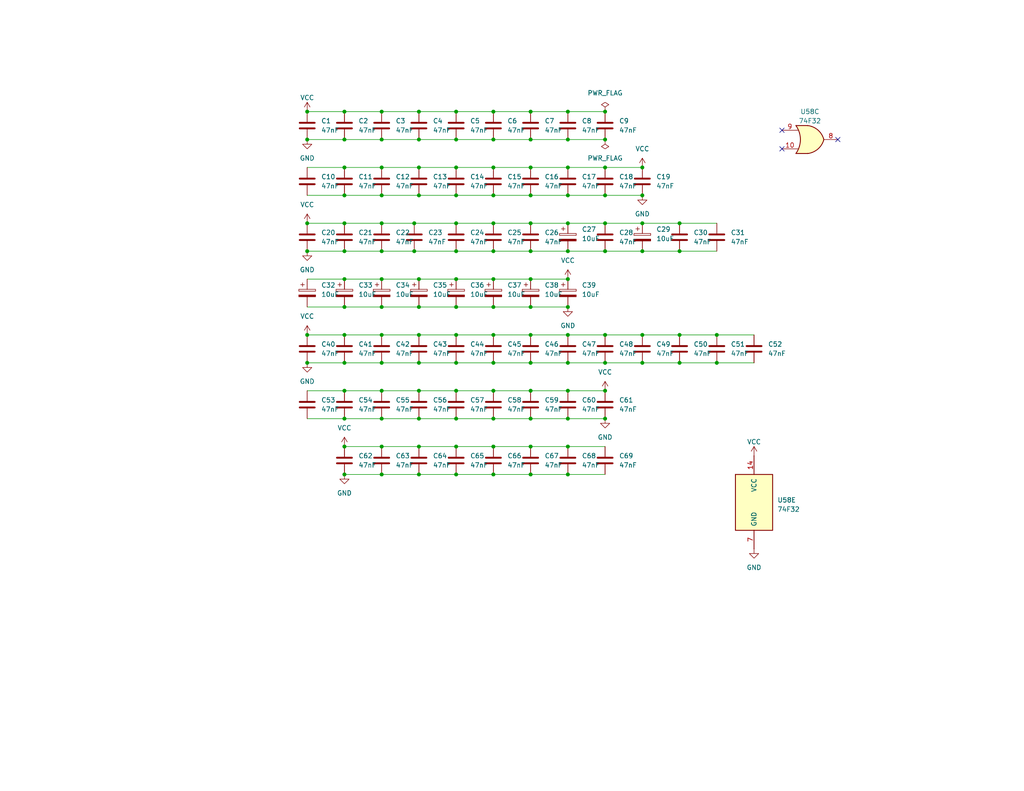
<source format=kicad_sch>
(kicad_sch (version 20231120) (generator "eeschema") (generator_version "8.0")
  (paper "USLetter")
  (title_block (title "Compaq Portable II System Memory Board") (date "2024-03-22") (company "Compaq") (comment 1 "P/N 104176-001") (comment 2 "ASSY 000330"))
  (lib_symbols
    (symbol "74xx:74LS32" (pin_names (offset 1.016))
      (property "Reference" "U" (at 0 1.27 0))
      (property "Value" "74LS32" (at 0 -1.27 0))
      (symbol "74LS32_1_1"
        (arc (start -3.81 -3.81) (mid -2.589 0) (end -3.81 3.81) (stroke (width 0.254)))
        (arc (start -0.6096 -3.81) (mid 2.1842 -2.5851) (end 3.81 0) (stroke (width 0.254)) (fill (type background)))
        (polyline (pts (xy -3.81 -3.81) (xy -0.635 -3.81)) (stroke (width 0.254)) (fill (type background)))
        (polyline (pts (xy -3.81 3.81) (xy -0.635 3.81)) (stroke (width 0.254)) (fill (type background)))
        (polyline (pts (xy -0.635 3.81) (xy -3.81 3.81) (xy -3.81 3.81) (xy -3.556 3.4036) (xy -3.0226 2.2606) (xy -2.6924 1.0414) (xy -2.6162 -0.254) (xy -2.7686 -1.4986) (xy -3.175 -2.7178) (xy -3.81 -3.81) (xy -3.81 -3.81) (xy -0.635 -3.81)) (stroke (width -25.4)) (fill (type background)))
        (arc (start 3.81 0) (mid 2.1915 2.5936) (end -0.6096 3.81) (stroke (width 0.254)) (fill (type background)))
        (pin input line (at -7.62 2.54 0) (length 4.318) (name "~") (number "1"))
        (pin input line (at -7.62 -2.54 0) (length 4.318) (name "~") (number "2"))
        (pin output line (at 7.62 0 180) (length 3.81) (name "~") (number "3"))
      )
      (symbol "74LS32_1_2"
        (arc (start 0 -3.81) (mid 3.7934 0) (end 0 3.81) (stroke (width 0.254)) (fill (type background)))
        (polyline (pts (xy 0 3.81) (xy -3.81 3.81) (xy -3.81 -3.81) (xy 0 -3.81)) (stroke (width 0.254)) (fill (type background)))
        (pin input inverted (at -7.62 2.54 0) (length 3.81) (name "~") (number "1"))
        (pin input inverted (at -7.62 -2.54 0) (length 3.81) (name "~") (number "2"))
        (pin output inverted (at 7.62 0 180) (length 3.81) (name "~") (number "3"))
      )
      (symbol "74LS32_2_1"
        (arc (start -3.81 -3.81) (mid -2.589 0) (end -3.81 3.81) (stroke (width 0.254)))
        (arc (start -0.6096 -3.81) (mid 2.1842 -2.5851) (end 3.81 0) (stroke (width 0.254)) (fill (type background)))
        (polyline (pts (xy -3.81 -3.81) (xy -0.635 -3.81)) (stroke (width 0.254)) (fill (type background)))
        (polyline (pts (xy -3.81 3.81) (xy -0.635 3.81)) (stroke (width 0.254)) (fill (type background)))
        (polyline (pts (xy -0.635 3.81) (xy -3.81 3.81) (xy -3.81 3.81) (xy -3.556 3.4036) (xy -3.0226 2.2606) (xy -2.6924 1.0414) (xy -2.6162 -0.254) (xy -2.7686 -1.4986) (xy -3.175 -2.7178) (xy -3.81 -3.81) (xy -3.81 -3.81) (xy -0.635 -3.81)) (stroke (width -25.4)) (fill (type background)))
        (arc (start 3.81 0) (mid 2.1915 2.5936) (end -0.6096 3.81) (stroke (width 0.254)) (fill (type background)))
        (pin input line (at -7.62 2.54 0) (length 4.318) (name "~") (number "4"))
        (pin input line (at -7.62 -2.54 0) (length 4.318) (name "~") (number "5"))
        (pin output line (at 7.62 0 180) (length 3.81) (name "~") (number "6"))
      )
      (symbol "74LS32_2_2"
        (arc (start 0 -3.81) (mid 3.7934 0) (end 0 3.81) (stroke (width 0.254)) (fill (type background)))
        (polyline (pts (xy 0 3.81) (xy -3.81 3.81) (xy -3.81 -3.81) (xy 0 -3.81)) (stroke (width 0.254)) (fill (type background)))
        (pin input inverted (at -7.62 2.54 0) (length 3.81) (name "~") (number "4"))
        (pin input inverted (at -7.62 -2.54 0) (length 3.81) (name "~") (number "5"))
        (pin output inverted (at 7.62 0 180) (length 3.81) (name "~") (number "6"))
      )
      (symbol "74LS32_3_1"
        (arc (start -3.81 -3.81) (mid -2.589 0) (end -3.81 3.81) (stroke (width 0.254)))
        (arc (start -0.6096 -3.81) (mid 2.1842 -2.5851) (end 3.81 0) (stroke (width 0.254)) (fill (type background)))
        (polyline (pts (xy -3.81 -3.81) (xy -0.635 -3.81)) (stroke (width 0.254)) (fill (type background)))
        (polyline (pts (xy -3.81 3.81) (xy -0.635 3.81)) (stroke (width 0.254)) (fill (type background)))
        (polyline (pts (xy -0.635 3.81) (xy -3.81 3.81) (xy -3.81 3.81) (xy -3.556 3.4036) (xy -3.0226 2.2606) (xy -2.6924 1.0414) (xy -2.6162 -0.254) (xy -2.7686 -1.4986) (xy -3.175 -2.7178) (xy -3.81 -3.81) (xy -3.81 -3.81) (xy -0.635 -3.81)) (stroke (width -25.4)) (fill (type background)))
        (arc (start 3.81 0) (mid 2.1915 2.5936) (end -0.6096 3.81) (stroke (width 0.254)) (fill (type background)))
        (pin input line (at -7.62 -2.54 0) (length 4.318) (name "~") (number "10"))
        (pin output line (at 7.62 0 180) (length 3.81) (name "~") (number "8"))
        (pin input line (at -7.62 2.54 0) (length 4.318) (name "~") (number "9"))
      )
      (symbol "74LS32_3_2"
        (arc (start 0 -3.81) (mid 3.7934 0) (end 0 3.81) (stroke (width 0.254)) (fill (type background)))
        (polyline (pts (xy 0 3.81) (xy -3.81 3.81) (xy -3.81 -3.81) (xy 0 -3.81)) (stroke (width 0.254)) (fill (type background)))
        (pin input inverted (at -7.62 -2.54 0) (length 3.81) (name "~") (number "10"))
        (pin output inverted (at 7.62 0 180) (length 3.81) (name "~") (number "8"))
        (pin input inverted (at -7.62 2.54 0) (length 3.81) (name "~") (number "9"))
      )
      (symbol "74LS32_4_1"
        (arc (start -3.81 -3.81) (mid -2.589 0) (end -3.81 3.81) (stroke (width 0.254)))
        (arc (start -0.6096 -3.81) (mid 2.1842 -2.5851) (end 3.81 0) (stroke (width 0.254)) (fill (type background)))
        (polyline (pts (xy -3.81 -3.81) (xy -0.635 -3.81)) (stroke (width 0.254)) (fill (type background)))
        (polyline (pts (xy -3.81 3.81) (xy -0.635 3.81)) (stroke (width 0.254)) (fill (type background)))
        (polyline (pts (xy -0.635 3.81) (xy -3.81 3.81) (xy -3.81 3.81) (xy -3.556 3.4036) (xy -3.0226 2.2606) (xy -2.6924 1.0414) (xy -2.6162 -0.254) (xy -2.7686 -1.4986) (xy -3.175 -2.7178) (xy -3.81 -3.81) (xy -3.81 -3.81) (xy -0.635 -3.81)) (stroke (width -25.4)) (fill (type background)))
        (arc (start 3.81 0) (mid 2.1915 2.5936) (end -0.6096 3.81) (stroke (width 0.254)) (fill (type background)))
        (pin output line (at 7.62 0 180) (length 3.81) (name "~") (number "11"))
        (pin input line (at -7.62 2.54 0) (length 4.318) (name "~") (number "12"))
        (pin input line (at -7.62 -2.54 0) (length 4.318) (name "~") (number "13"))
      )
      (symbol "74LS32_4_2"
        (arc (start 0 -3.81) (mid 3.7934 0) (end 0 3.81) (stroke (width 0.254)) (fill (type background)))
        (polyline (pts (xy 0 3.81) (xy -3.81 3.81) (xy -3.81 -3.81) (xy 0 -3.81)) (stroke (width 0.254)) (fill (type background)))
        (pin output inverted (at 7.62 0 180) (length 3.81) (name "~") (number "11"))
        (pin input inverted (at -7.62 2.54 0) (length 3.81) (name "~") (number "12"))
        (pin input inverted (at -7.62 -2.54 0) (length 3.81) (name "~") (number "13"))
      )
      (symbol "74LS32_5_0"
        (pin power_in line (at 0 12.7 270) (length 5.08) (name "VCC") (number "14"))
        (pin power_in line (at 0 -12.7 90) (length 5.08) (name "GND") (number "7"))
      )
      (symbol "74LS32_5_1"
        (rectangle (start -5.08 7.62) (end 5.08 -7.62) (stroke (width 0.254)) (fill (type background)))
      )
    )
    (symbol "Device:C" (pin_numbers hide) (pin_names (offset 0.254))
      (property "Reference" "C" (at 0.635 2.54 0))
      (property "Value" "C" (at 0.635 -2.54 0))
      (symbol "C_0_1"
        (polyline (pts (xy -2.032 -0.762) (xy 2.032 -0.762)) (stroke (width 0.508)))
        (polyline (pts (xy -2.032 0.762) (xy 2.032 0.762)) (stroke (width 0.508)))
      )
      (symbol "C_1_1"
        (pin passive line (at 0 3.81 270) (length 2.794) (name "~") (number "1"))
        (pin passive line (at 0 -3.81 90) (length 2.794) (name "~") (number "2"))
      )
    )
    (symbol "Device:C_Polarized" (pin_numbers hide) (pin_names (offset 0.254))
      (property "Reference" "C" (at 0.635 2.54 0))
      (property "Value" "C_Polarized" (at 0.635 -2.54 0))
      (symbol "C_Polarized_0_1"
        (rectangle (start -2.286 0.508) (end 2.286 1.016))
        (polyline (pts (xy -1.778 2.286) (xy -0.762 2.286)))
        (polyline (pts (xy -1.27 2.794) (xy -1.27 1.778)))
        (rectangle (start 2.286 -0.508) (end -2.286 -1.016) (fill (type outline)))
      )
      (symbol "C_Polarized_1_1"
        (pin passive line (at 0 3.81 270) (length 2.794) (name "~") (number "1"))
        (pin passive line (at 0 -3.81 90) (length 2.794) (name "~") (number "2"))
      )
    )
    (symbol "power:GND" (power) (pin_numbers hide) (pin_names (offset 0) hide)
      (property "Value" "GND" (at 0 -3.81 0))
      (symbol "GND_0_1"
        (polyline (pts (xy 0 0) (xy 0 -1.27) (xy 1.27 -1.27) (xy 0 -2.54) (xy -1.27 -1.27) (xy 0 -1.27)))
      )
      (symbol "GND_1_1"
        (pin power_in line (at 0 0 270) (length 0) (name "~") (number "1"))
      )
    )
    (symbol "power:PWR_FLAG" (power) (pin_numbers hide) (pin_names (offset 0) hide)
      (property "Value" "PWR_FLAG" (at 0 3.81 0))
      (symbol "PWR_FLAG_0_0"
        (pin power_out line (at 0 0 90) (length 0) (name "~") (number "1"))
      )
      (symbol "PWR_FLAG_0_1"
        (polyline (pts (xy 0 0) (xy 0 1.27) (xy -1.016 1.905) (xy 0 2.54) (xy 1.016 1.905) (xy 0 1.27)))
      )
    )
    (symbol "power:VCC" (power) (pin_numbers hide) (pin_names (offset 0) hide)
      (property "Value" "VCC" (at 0 3.556 0))
      (symbol "VCC_0_1"
        (polyline (pts (xy -0.762 1.27) (xy 0 2.54)))
        (polyline (pts (xy 0 0) (xy 0 2.54)))
        (polyline (pts (xy 0 2.54) (xy 0.762 1.27)))
      )
      (symbol "VCC_1_1"
        (pin power_in line (at 0 0 90) (length 0) (name "~") (number "1"))
      )
    )
  )
  (junction (at 154.94 106.68))
  (junction (at 165.1 68.58))
  (junction (at 144.78 68.58))
  (junction (at 83.82 68.58))
  (junction (at 93.98 68.58))
  (junction (at 124.46 106.68))
  (junction (at 134.62 121.92))
  (junction (at 134.62 38.1))
  (junction (at 114.3 38.1))
  (junction (at 93.98 60.96))
  (junction (at 114.3 129.54))
  (junction (at 134.62 91.44))
  (junction (at 93.98 106.68))
  (junction (at 195.58 91.44))
  (junction (at 104.14 91.44))
  (junction (at 175.26 99.06))
  (junction (at 124.46 99.06))
  (junction (at 114.3 106.68))
  (junction (at 124.46 53.34))
  (junction (at 104.14 30.48))
  (junction (at 165.1 38.1))
  (junction (at 83.82 91.44))
  (junction (at 114.3 53.34))
  (junction (at 113.03 60.96))
  (junction (at 124.46 30.48))
  (junction (at 104.14 114.3))
  (junction (at 144.78 53.34))
  (junction (at 114.3 114.3))
  (junction (at 83.82 30.48))
  (junction (at 185.42 60.96))
  (junction (at 154.94 129.54))
  (junction (at 83.82 38.1))
  (junction (at 165.1 99.06))
  (junction (at 165.1 60.96))
  (junction (at 134.62 53.34))
  (junction (at 154.94 45.72))
  (junction (at 144.78 83.82))
  (junction (at 114.3 45.72))
  (junction (at 175.26 53.34))
  (junction (at 114.3 30.48))
  (junction (at 154.94 121.92))
  (junction (at 134.62 99.06))
  (junction (at 144.78 60.96))
  (junction (at 165.1 91.44))
  (junction (at 124.46 60.96))
  (junction (at 124.46 83.82))
  (junction (at 124.46 91.44))
  (junction (at 93.98 76.2))
  (junction (at 165.1 106.68))
  (junction (at 154.94 76.2))
  (junction (at 114.3 83.82))
  (junction (at 114.3 91.44))
  (junction (at 185.42 99.06))
  (junction (at 134.62 76.2))
  (junction (at 134.62 114.3))
  (junction (at 104.14 68.58))
  (junction (at 134.62 30.48))
  (junction (at 93.98 38.1))
  (junction (at 144.78 99.06))
  (junction (at 185.42 68.58))
  (junction (at 154.94 114.3))
  (junction (at 154.94 38.1))
  (junction (at 134.62 45.72))
  (junction (at 134.62 68.58))
  (junction (at 93.98 30.48))
  (junction (at 124.46 68.58))
  (junction (at 124.46 129.54))
  (junction (at 104.14 38.1))
  (junction (at 104.14 121.92))
  (junction (at 124.46 45.72))
  (junction (at 154.94 53.34))
  (junction (at 175.26 91.44))
  (junction (at 165.1 45.72))
  (junction (at 124.46 76.2))
  (junction (at 144.78 45.72))
  (junction (at 154.94 68.58))
  (junction (at 144.78 91.44))
  (junction (at 104.14 83.82))
  (junction (at 165.1 114.3))
  (junction (at 165.1 53.34))
  (junction (at 154.94 83.82))
  (junction (at 124.46 114.3))
  (junction (at 104.14 129.54))
  (junction (at 104.14 106.68))
  (junction (at 104.14 76.2))
  (junction (at 93.98 45.72))
  (junction (at 93.98 129.54))
  (junction (at 144.78 121.92))
  (junction (at 154.94 99.06))
  (junction (at 175.26 68.58))
  (junction (at 113.03 68.58))
  (junction (at 154.94 91.44))
  (junction (at 93.98 83.82))
  (junction (at 144.78 114.3))
  (junction (at 185.42 91.44))
  (junction (at 144.78 106.68))
  (junction (at 104.14 60.96))
  (junction (at 93.98 114.3))
  (junction (at 83.82 99.06))
  (junction (at 175.26 45.72))
  (junction (at 93.98 99.06))
  (junction (at 114.3 76.2))
  (junction (at 154.94 30.48))
  (junction (at 195.58 99.06))
  (junction (at 144.78 38.1))
  (junction (at 175.26 60.96))
  (junction (at 93.98 91.44))
  (junction (at 134.62 60.96))
  (junction (at 114.3 99.06))
  (junction (at 134.62 83.82))
  (junction (at 104.14 53.34))
  (junction (at 104.14 45.72))
  (junction (at 124.46 121.92))
  (junction (at 114.3 121.92))
  (junction (at 154.94 60.96))
  (junction (at 144.78 30.48))
  (junction (at 93.98 121.92))
  (junction (at 134.62 106.68))
  (junction (at 165.1 30.48))
  (junction (at 124.46 38.1))
  (junction (at 134.62 129.54))
  (junction (at 104.14 99.06))
  (junction (at 83.82 60.96))
  (junction (at 93.98 53.34))
  (junction (at 144.78 76.2))
  (junction (at 144.78 129.54))
  (no_connect (at 213.36 40.64))
  (no_connect (at 228.6 38.1))
  (no_connect (at 213.36 35.56))
  (wire (pts (xy 124.46 83.82) (xy 134.62 83.82)))
  (wire (pts (xy 114.3 129.54) (xy 124.46 129.54)))
  (wire (pts (xy 144.78 60.96) (xy 154.94 60.96)))
  (wire (pts (xy 104.14 68.58) (xy 113.03 68.58)))
  (wire (pts (xy 114.3 53.34) (xy 124.46 53.34)))
  (wire (pts (xy 83.82 30.48) (xy 93.98 30.48)))
  (wire (pts (xy 114.3 76.2) (xy 124.46 76.2)))
  (wire (pts (xy 124.46 68.58) (xy 134.62 68.58)))
  (wire (pts (xy 124.46 99.06) (xy 134.62 99.06)))
  (wire (pts (xy 175.26 99.06) (xy 185.42 99.06)))
  (wire (pts (xy 144.78 68.58) (xy 154.94 68.58)))
  (wire (pts (xy 175.26 68.58) (xy 185.42 68.58)))
  (wire (pts (xy 124.46 60.96) (xy 134.62 60.96)))
  (wire (pts (xy 124.46 106.68) (xy 134.62 106.68)))
  (wire (pts (xy 83.82 91.44) (xy 93.98 91.44)))
  (wire (pts (xy 175.26 91.44) (xy 185.42 91.44)))
  (wire (pts (xy 154.94 99.06) (xy 165.1 99.06)))
  (wire (pts (xy 93.98 68.58) (xy 104.14 68.58)))
  (wire (pts (xy 104.14 114.3) (xy 114.3 114.3)))
  (wire (pts (xy 83.82 68.58) (xy 93.98 68.58)))
  (wire (pts (xy 104.14 60.96) (xy 113.03 60.96)))
  (wire (pts (xy 185.42 68.58) (xy 195.58 68.58)))
  (wire (pts (xy 144.78 76.2) (xy 154.94 76.2)))
  (wire (pts (xy 83.82 114.3) (xy 93.98 114.3)))
  (wire (pts (xy 144.78 30.48) (xy 154.94 30.48)))
  (wire (pts (xy 114.3 38.1) (xy 124.46 38.1)))
  (wire (pts (xy 134.62 91.44) (xy 144.78 91.44)))
  (wire (pts (xy 165.1 68.58) (xy 175.26 68.58)))
  (wire (pts (xy 93.98 83.82) (xy 104.14 83.82)))
  (wire (pts (xy 195.58 99.06) (xy 205.74 99.06)))
  (wire (pts (xy 124.46 45.72) (xy 134.62 45.72)))
  (wire (pts (xy 124.46 114.3) (xy 134.62 114.3)))
  (wire (pts (xy 114.3 91.44) (xy 124.46 91.44)))
  (wire (pts (xy 113.03 68.58) (xy 124.46 68.58)))
  (wire (pts (xy 154.94 68.58) (xy 165.1 68.58)))
  (wire (pts (xy 113.03 60.96) (xy 124.46 60.96)))
  (wire (pts (xy 93.98 106.68) (xy 104.14 106.68)))
  (wire (pts (xy 104.14 45.72) (xy 114.3 45.72)))
  (wire (pts (xy 134.62 68.58) (xy 144.78 68.58)))
  (wire (pts (xy 83.82 38.1) (xy 93.98 38.1)))
  (wire (pts (xy 124.46 76.2) (xy 134.62 76.2)))
  (wire (pts (xy 83.82 53.34) (xy 93.98 53.34)))
  (wire (pts (xy 83.82 76.2) (xy 93.98 76.2)))
  (wire (pts (xy 114.3 30.48) (xy 124.46 30.48)))
  (wire (pts (xy 134.62 45.72) (xy 144.78 45.72)))
  (wire (pts (xy 104.14 38.1) (xy 114.3 38.1)))
  (wire (pts (xy 104.14 91.44) (xy 114.3 91.44)))
  (wire (pts (xy 165.1 99.06) (xy 175.26 99.06)))
  (wire (pts (xy 154.94 38.1) (xy 165.1 38.1)))
  (wire (pts (xy 104.14 30.48) (xy 114.3 30.48)))
  (wire (pts (xy 154.94 45.72) (xy 165.1 45.72)))
  (wire (pts (xy 154.94 53.34) (xy 165.1 53.34)))
  (wire (pts (xy 154.94 114.3) (xy 165.1 114.3)))
  (wire (pts (xy 93.98 129.54) (xy 104.14 129.54)))
  (wire (pts (xy 134.62 30.48) (xy 144.78 30.48)))
  (wire (pts (xy 134.62 38.1) (xy 144.78 38.1)))
  (wire (pts (xy 154.94 30.48) (xy 165.1 30.48)))
  (wire (pts (xy 144.78 38.1) (xy 154.94 38.1)))
  (wire (pts (xy 104.14 53.34) (xy 114.3 53.34)))
  (wire (pts (xy 185.42 91.44) (xy 195.58 91.44)))
  (wire (pts (xy 114.3 99.06) (xy 124.46 99.06)))
  (wire (pts (xy 104.14 99.06) (xy 114.3 99.06)))
  (wire (pts (xy 144.78 83.82) (xy 154.94 83.82)))
  (wire (pts (xy 195.58 91.44) (xy 205.74 91.44)))
  (wire (pts (xy 144.78 114.3) (xy 154.94 114.3)))
  (wire (pts (xy 124.46 129.54) (xy 134.62 129.54)))
  (wire (pts (xy 104.14 83.82) (xy 114.3 83.82)))
  (wire (pts (xy 83.82 99.06) (xy 93.98 99.06)))
  (wire (pts (xy 165.1 60.96) (xy 175.26 60.96)))
  (wire (pts (xy 185.42 99.06) (xy 195.58 99.06)))
  (wire (pts (xy 134.62 121.92) (xy 144.78 121.92)))
  (wire (pts (xy 114.3 83.82) (xy 124.46 83.82)))
  (wire (pts (xy 154.94 91.44) (xy 165.1 91.44)))
  (wire (pts (xy 165.1 53.34) (xy 175.26 53.34)))
  (wire (pts (xy 93.98 60.96) (xy 104.14 60.96)))
  (wire (pts (xy 83.82 106.68) (xy 93.98 106.68)))
  (wire (pts (xy 93.98 38.1) (xy 104.14 38.1)))
  (wire (pts (xy 134.62 60.96) (xy 144.78 60.96)))
  (wire (pts (xy 154.94 106.68) (xy 165.1 106.68)))
  (wire (pts (xy 124.46 121.92) (xy 134.62 121.92)))
  (wire (pts (xy 114.3 45.72) (xy 124.46 45.72)))
  (wire (pts (xy 185.42 60.96) (xy 195.58 60.96)))
  (wire (pts (xy 134.62 76.2) (xy 144.78 76.2)))
  (wire (pts (xy 124.46 53.34) (xy 134.62 53.34)))
  (wire (pts (xy 165.1 45.72) (xy 175.26 45.72)))
  (wire (pts (xy 93.98 76.2) (xy 104.14 76.2)))
  (wire (pts (xy 114.3 121.92) (xy 124.46 121.92)))
  (wire (pts (xy 144.78 99.06) (xy 154.94 99.06)))
  (wire (pts (xy 93.98 53.34) (xy 104.14 53.34)))
  (wire (pts (xy 104.14 121.92) (xy 114.3 121.92)))
  (wire (pts (xy 93.98 91.44) (xy 104.14 91.44)))
  (wire (pts (xy 144.78 106.68) (xy 154.94 106.68)))
  (wire (pts (xy 134.62 106.68) (xy 144.78 106.68)))
  (wire (pts (xy 124.46 91.44) (xy 134.62 91.44)))
  (wire (pts (xy 114.3 106.68) (xy 124.46 106.68)))
  (wire (pts (xy 114.3 114.3) (xy 124.46 114.3)))
  (wire (pts (xy 144.78 45.72) (xy 154.94 45.72)))
  (wire (pts (xy 154.94 60.96) (xy 165.1 60.96)))
  (wire (pts (xy 104.14 76.2) (xy 114.3 76.2)))
  (wire (pts (xy 144.78 91.44) (xy 154.94 91.44)))
  (wire (pts (xy 83.82 83.82) (xy 93.98 83.82)))
  (wire (pts (xy 124.46 38.1) (xy 134.62 38.1)))
  (wire (pts (xy 124.46 30.48) (xy 134.62 30.48)))
  (wire (pts (xy 93.98 114.3) (xy 104.14 114.3)))
  (wire (pts (xy 104.14 129.54) (xy 114.3 129.54)))
  (wire (pts (xy 93.98 121.92) (xy 104.14 121.92)))
  (wire (pts (xy 154.94 129.54) (xy 165.1 129.54)))
  (wire (pts (xy 83.82 45.72) (xy 93.98 45.72)))
  (wire (pts (xy 154.94 121.92) (xy 165.1 121.92)))
  (wire (pts (xy 83.82 60.96) (xy 93.98 60.96)))
  (wire (pts (xy 175.26 60.96) (xy 185.42 60.96)))
  (wire (pts (xy 93.98 45.72) (xy 104.14 45.72)))
  (wire (pts (xy 144.78 129.54) (xy 154.94 129.54)))
  (wire (pts (xy 134.62 99.06) (xy 144.78 99.06)))
  (wire (pts (xy 165.1 91.44) (xy 175.26 91.44)))
  (wire (pts (xy 104.14 106.68) (xy 114.3 106.68)))
  (wire (pts (xy 134.62 83.82) (xy 144.78 83.82)))
  (wire (pts (xy 93.98 99.06) (xy 104.14 99.06)))
  (wire (pts (xy 144.78 53.34) (xy 154.94 53.34)))
  (wire (pts (xy 134.62 53.34) (xy 144.78 53.34)))
  (wire (pts (xy 134.62 129.54) (xy 144.78 129.54)))
  (wire (pts (xy 93.98 30.48) (xy 104.14 30.48)))
  (wire (pts (xy 134.62 114.3) (xy 144.78 114.3)))
  (wire (pts (xy 144.78 121.92) (xy 154.94 121.92)))
  (symbol (lib_id "Device:C") (at 134.62 49.53 0) (unit 1)
    (property "Reference" "C15" (at 138.43 48.2599 0) (effects (justify left)))
    (property "Value" "47nF" (at 138.43 50.7999 0) (effects (justify left)))
    (property "Footprint" "Capacitor_THT:C_Disc_D4.3mm_W1.9mm_P5.00mm" (effects (hide yes)))
    (property "Description" "Unpolarized capacitor" (effects (hide yes)))
  )
  (symbol (lib_id "Device:C") (at 104.14 34.29 0) (unit 1)
    (property "Reference" "C3" (at 107.95 33.0199 0) (effects (justify left)))
    (property "Value" "47nF" (at 107.95 35.5599 0) (effects (justify left)))
    (property "Footprint" "Capacitor_THT:C_Disc_D4.3mm_W1.9mm_P5.00mm" (effects (hide yes)))
    (property "Description" "Unpolarized capacitor" (effects (hide yes)))
  )
  (symbol (lib_id "Device:C") (at 113.03 64.77 0) (unit 1)
    (property "Reference" "C23" (at 116.84 63.4999 0) (effects (justify left)))
    (property "Value" "47nF" (at 116.84 66.0399 0) (effects (justify left)))
    (property "Footprint" "Capacitor_THT:C_Disc_D4.3mm_W1.9mm_P5.00mm" (effects (hide yes)))
    (property "Description" "Unpolarized capacitor" (effects (hide yes)))
  )
  (symbol (lib_id "Device:C_Polarized") (at 154.94 80.01 0) (unit 1)
    (property "Reference" "C39" (at 158.75 77.8509 0) (effects (justify left)))
    (property "Value" "10uF" (at 158.75 80.3909 0) (effects (justify left)))
    (property "Footprint" "Capacitor_THT:CP_Radial_Tantal_D4.5mm_P5.00mm" (effects (hide yes)))
    (property "Description" "Polarized capacitor" (effects (hide yes)))
  )
  (symbol (lib_id "Device:C") (at 124.46 95.25 0) (unit 1)
    (property "Reference" "C44" (at 128.27 93.9799 0) (effects (justify left)))
    (property "Value" "47nF" (at 128.27 96.5199 0) (effects (justify left)))
    (property "Footprint" "Capacitor_THT:C_Disc_D4.3mm_W1.9mm_P5.00mm" (effects (hide yes)))
    (property "Description" "Unpolarized capacitor" (effects (hide yes)))
  )
  (symbol (lib_id "Device:C") (at 165.1 125.73 0) (unit 1)
    (property "Reference" "C69" (at 168.91 124.4599 0) (effects (justify left)))
    (property "Value" "47nF" (at 168.91 126.9999 0) (effects (justify left)))
    (property "Footprint" "Capacitor_THT:C_Disc_D4.3mm_W1.9mm_P5.00mm" (effects (hide yes)))
    (property "Description" "Unpolarized capacitor" (effects (hide yes)))
  )
  (symbol (lib_id "Device:C") (at 124.46 110.49 0) (unit 1)
    (property "Reference" "C57" (at 128.27 109.2199 0) (effects (justify left)))
    (property "Value" "47nF" (at 128.27 111.7599 0) (effects (justify left)))
    (property "Footprint" "Capacitor_THT:C_Disc_D4.3mm_W1.9mm_P5.00mm" (effects (hide yes)))
    (property "Description" "Unpolarized capacitor" (effects (hide yes)))
  )
  (symbol (lib_id "Device:C_Polarized") (at 124.46 80.01 0) (unit 1)
    (property "Reference" "C36" (at 128.27 77.8509 0) (effects (justify left)))
    (property "Value" "10uF" (at 128.27 80.3909 0) (effects (justify left)))
    (property "Footprint" "Capacitor_THT:CP_Radial_Tantal_D4.5mm_P5.00mm" (effects (hide yes)))
    (property "Description" "Polarized capacitor" (effects (hide yes)))
  )
  (symbol (lib_id "Device:C") (at 83.82 95.25 0) (unit 1)
    (property "Reference" "C40" (at 87.63 93.9799 0) (effects (justify left)))
    (property "Value" "47nF" (at 87.63 96.5199 0) (effects (justify left)))
    (property "Footprint" "Capacitor_THT:C_Disc_D4.3mm_W1.9mm_P5.00mm" (effects (hide yes)))
    (property "Description" "Unpolarized capacitor" (effects (hide yes)))
  )
  (symbol (lib_id "power:VCC") (at 165.1 106.68 0) (unit 1)
    (property "Reference" "#PWR078" (effects (hide yes)))
    (property "Value" "VCC" (at 165.1 101.6 0))
    (property "Description" "Power symbol creates a global label with name \"VCC\"" (effects (hide yes)))
  )
  (symbol (lib_id "Device:C") (at 134.62 110.49 0) (unit 1)
    (property "Reference" "C58" (at 138.43 109.2199 0) (effects (justify left)))
    (property "Value" "47nF" (at 138.43 111.7599 0) (effects (justify left)))
    (property "Footprint" "Capacitor_THT:C_Disc_D4.3mm_W1.9mm_P5.00mm" (effects (hide yes)))
    (property "Description" "Unpolarized capacitor" (effects (hide yes)))
  )
  (symbol (lib_id "Device:C") (at 144.78 95.25 0) (unit 1)
    (property "Reference" "C46" (at 148.59 93.9799 0) (effects (justify left)))
    (property "Value" "47nF" (at 148.59 96.5199 0) (effects (justify left)))
    (property "Footprint" "Capacitor_THT:C_Disc_D4.3mm_W1.9mm_P5.00mm" (effects (hide yes)))
    (property "Description" "Unpolarized capacitor" (effects (hide yes)))
  )
  (symbol (lib_id "Device:C") (at 114.3 125.73 0) (unit 1)
    (property "Reference" "C64" (at 118.11 124.4599 0) (effects (justify left)))
    (property "Value" "47nF" (at 118.11 126.9999 0) (effects (justify left)))
    (property "Footprint" "Capacitor_THT:C_Disc_D4.3mm_W1.9mm_P5.00mm" (effects (hide yes)))
    (property "Description" "Unpolarized capacitor" (effects (hide yes)))
  )
  (symbol (lib_id "Device:C") (at 154.94 110.49 0) (unit 1)
    (property "Reference" "C60" (at 158.75 109.2199 0) (effects (justify left)))
    (property "Value" "47nF" (at 158.75 111.7599 0) (effects (justify left)))
    (property "Footprint" "Capacitor_THT:C_Disc_D4.3mm_W1.9mm_P5.00mm" (effects (hide yes)))
    (property "Description" "Unpolarized capacitor" (effects (hide yes)))
  )
  (symbol (lib_id "Device:C") (at 83.82 110.49 0) (unit 1)
    (property "Reference" "C53" (at 87.63 109.2199 0) (effects (justify left)))
    (property "Value" "47nF" (at 87.63 111.7599 0) (effects (justify left)))
    (property "Footprint" "Capacitor_THT:C_Disc_D4.3mm_W1.9mm_P5.00mm" (effects (hide yes)))
    (property "Description" "Unpolarized capacitor" (effects (hide yes)))
  )
  (symbol (lib_id "Device:C") (at 165.1 49.53 0) (unit 1)
    (property "Reference" "C18" (at 168.91 48.2599 0) (effects (justify left)))
    (property "Value" "47nF" (at 168.91 50.7999 0) (effects (justify left)))
    (property "Footprint" "Capacitor_THT:C_Disc_D4.3mm_W1.9mm_P5.00mm" (effects (hide yes)))
    (property "Description" "Unpolarized capacitor" (effects (hide yes)))
  )
  (symbol (lib_id "74xx:74LS32") (at 220.98 38.1 0) (unit 3)
    (property "Reference" "U58" (at 220.98 30.48 0))
    (property "Value" "74F32" (at 220.98 33.02 0))
    (property "Footprint" "Package_DIP:DIP-14_W7.62mm" (effects (hide yes)))
    (property "Datasheet" "http://www.ti.com/lit/gpn/sn74LS32" (effects (hide yes)))
  )
  (symbol (lib_id "power:PWR_FLAG") (at 165.1 30.48 0) (mirror y) (unit 1)
    (property "Reference" "#FLG01" (effects (hide yes)))
    (property "Value" "PWR_FLAG" (at 165.1 25.4 0))
    (property "Description" "Special symbol for telling ERC where power comes from" (effects (hide yes)))
  )
  (symbol (lib_id "Device:C") (at 144.78 125.73 0) (unit 1)
    (property "Reference" "C67" (at 148.59 124.4599 0) (effects (justify left)))
    (property "Value" "47nF" (at 148.59 126.9999 0) (effects (justify left)))
    (property "Footprint" "Capacitor_THT:C_Disc_D4.3mm_W1.9mm_P5.00mm" (effects (hide yes)))
    (property "Description" "Unpolarized capacitor" (effects (hide yes)))
  )
  (symbol (lib_id "Device:C") (at 165.1 110.49 0) (unit 1)
    (property "Reference" "C61" (at 168.91 109.2199 0) (effects (justify left)))
    (property "Value" "47nF" (at 168.91 111.7599 0) (effects (justify left)))
    (property "Footprint" "Capacitor_THT:C_Disc_D4.3mm_W1.9mm_P5.00mm" (effects (hide yes)))
    (property "Description" "Unpolarized capacitor" (effects (hide yes)))
  )
  (symbol (lib_id "Device:C") (at 154.94 125.73 0) (unit 1)
    (property "Reference" "C68" (at 158.75 124.4599 0) (effects (justify left)))
    (property "Value" "47nF" (at 158.75 126.9999 0) (effects (justify left)))
    (property "Footprint" "Capacitor_THT:C_Disc_D4.3mm_W1.9mm_P5.00mm" (effects (hide yes)))
    (property "Description" "Unpolarized capacitor" (effects (hide yes)))
  )
  (symbol (lib_id "power:GND") (at 205.74 149.86 0) (unit 1)
    (property "Reference" "#PWR055" (effects (hide yes)))
    (property "Value" "GND" (at 205.74 154.94 0))
    (property "Description" "Power symbol creates a global label with name \"GND\" , ground" (effects (hide yes)))
  )
  (symbol (lib_id "power:VCC") (at 175.26 45.72 0) (unit 1)
    (property "Reference" "#PWR080" (effects (hide yes)))
    (property "Value" "VCC" (at 175.26 40.64 0))
    (property "Description" "Power symbol creates a global label with name \"VCC\"" (effects (hide yes)))
  )
  (symbol (lib_id "Device:C") (at 165.1 64.77 0) (unit 1)
    (property "Reference" "C28" (at 168.91 63.4999 0) (effects (justify left)))
    (property "Value" "47nF" (at 168.91 66.0399 0) (effects (justify left)))
    (property "Footprint" "Capacitor_THT:C_Disc_D4.3mm_W1.9mm_P5.00mm" (effects (hide yes)))
    (property "Description" "Unpolarized capacitor" (effects (hide yes)))
  )
  (symbol (lib_id "74xx:74LS32") (at 205.74 137.16 0) (unit 5)
    (property "Reference" "U58" (at 212.09 136.525 0) (effects (justify left)))
    (property "Value" "74F32" (at 212.09 139.065 0) (effects (justify left)))
    (property "Footprint" "Package_DIP:DIP-14_W7.62mm" (effects (hide yes)))
    (property "Datasheet" "http://www.ti.com/lit/gpn/sn74LS32" (effects (hide yes)))
  )
  (symbol (lib_id "Device:C") (at 93.98 49.53 0) (unit 1)
    (property "Reference" "C11" (at 97.79 48.2599 0) (effects (justify left)))
    (property "Value" "47nF" (at 97.79 50.7999 0) (effects (justify left)))
    (property "Footprint" "Capacitor_THT:C_Disc_D4.3mm_W1.9mm_P5.00mm" (effects (hide yes)))
    (property "Description" "Unpolarized capacitor" (effects (hide yes)))
  )
  (symbol (lib_id "Device:C") (at 144.78 110.49 0) (unit 1)
    (property "Reference" "C59" (at 148.59 109.2199 0) (effects (justify left)))
    (property "Value" "47nF" (at 148.59 111.7599 0) (effects (justify left)))
    (property "Footprint" "Capacitor_THT:C_Disc_D4.3mm_W1.9mm_P5.00mm" (effects (hide yes)))
    (property "Description" "Unpolarized capacitor" (effects (hide yes)))
  )
  (symbol (lib_id "Device:C") (at 93.98 34.29 0) (unit 1)
    (property "Reference" "C2" (at 97.79 33.0199 0) (effects (justify left)))
    (property "Value" "47nF" (at 97.79 35.5599 0) (effects (justify left)))
    (property "Footprint" "Capacitor_THT:C_Disc_D4.3mm_W1.9mm_P5.00mm" (effects (hide yes)))
    (property "Description" "Unpolarized capacitor" (effects (hide yes)))
  )
  (symbol (lib_id "Device:C") (at 93.98 64.77 0) (unit 1)
    (property "Reference" "C21" (at 97.79 63.4999 0) (effects (justify left)))
    (property "Value" "47nF" (at 97.79 66.0399 0) (effects (justify left)))
    (property "Footprint" "Capacitor_THT:C_Disc_D4.3mm_W1.9mm_P5.00mm" (effects (hide yes)))
    (property "Description" "Unpolarized capacitor" (effects (hide yes)))
  )
  (symbol (lib_id "power:VCC") (at 205.74 124.46 0) (unit 1)
    (property "Reference" "#PWR054" (effects (hide yes)))
    (property "Value" "VCC" (at 205.74 120.65 0))
    (property "Description" "Power symbol creates a global label with name \"VCC\"" (effects (hide yes)))
  )
  (symbol (lib_id "power:VCC") (at 83.82 91.44 0) (unit 1)
    (property "Reference" "#PWR065" (effects (hide yes)))
    (property "Value" "VCC" (at 83.82 86.36 0))
    (property "Description" "Power symbol creates a global label with name \"VCC\"" (effects (hide yes)))
  )
  (symbol (lib_id "Device:C") (at 134.62 34.29 0) (unit 1)
    (property "Reference" "C6" (at 138.43 33.0199 0) (effects (justify left)))
    (property "Value" "47nF" (at 138.43 35.5599 0) (effects (justify left)))
    (property "Footprint" "Capacitor_THT:C_Disc_D4.3mm_W1.9mm_P5.00mm" (effects (hide yes)))
    (property "Description" "Unpolarized capacitor" (effects (hide yes)))
  )
  (symbol (lib_id "Device:C") (at 114.3 34.29 0) (unit 1)
    (property "Reference" "C4" (at 118.11 33.0199 0) (effects (justify left)))
    (property "Value" "47nF" (at 118.11 35.5599 0) (effects (justify left)))
    (property "Footprint" "Capacitor_THT:C_Disc_D4.3mm_W1.9mm_P5.00mm" (effects (hide yes)))
    (property "Description" "Unpolarized capacitor" (effects (hide yes)))
  )
  (symbol (lib_id "power:VCC") (at 83.82 30.48 0) (unit 1)
    (property "Reference" "#PWR061" (effects (hide yes)))
    (property "Value" "VCC" (at 83.82 26.67 0))
    (property "Description" "Power symbol creates a global label with name \"VCC\"" (effects (hide yes)))
  )
  (symbol (lib_id "Device:C") (at 124.46 125.73 0) (unit 1)
    (property "Reference" "C65" (at 128.27 124.4599 0) (effects (justify left)))
    (property "Value" "47nF" (at 128.27 126.9999 0) (effects (justify left)))
    (property "Footprint" "Capacitor_THT:C_Disc_D4.3mm_W1.9mm_P5.00mm" (effects (hide yes)))
    (property "Description" "Unpolarized capacitor" (effects (hide yes)))
  )
  (symbol (lib_id "Device:C") (at 124.46 49.53 0) (unit 1)
    (property "Reference" "C14" (at 128.27 48.2599 0) (effects (justify left)))
    (property "Value" "47nF" (at 128.27 50.7999 0) (effects (justify left)))
    (property "Footprint" "Capacitor_THT:C_Disc_D4.3mm_W1.9mm_P5.00mm" (effects (hide yes)))
    (property "Description" "Unpolarized capacitor" (effects (hide yes)))
  )
  (symbol (lib_id "power:GND") (at 165.1 114.3 0) (unit 1)
    (property "Reference" "#PWR079" (effects (hide yes)))
    (property "Value" "GND" (at 165.1 119.38 0))
    (property "Description" "Power symbol creates a global label with name \"GND\" , ground" (effects (hide yes)))
  )
  (symbol (lib_id "power:GND") (at 83.82 68.58 0) (unit 1)
    (property "Reference" "#PWR064" (effects (hide yes)))
    (property "Value" "GND" (at 83.82 73.66 0))
    (property "Description" "Power symbol creates a global label with name \"GND\" , ground" (effects (hide yes)))
  )
  (symbol (lib_id "Device:C_Polarized") (at 83.82 80.01 0) (unit 1)
    (property "Reference" "C32" (at 87.63 77.8509 0) (effects (justify left)))
    (property "Value" "10uF" (at 87.63 80.3909 0) (effects (justify left)))
    (property "Footprint" "Capacitor_THT:CP_Radial_Tantal_D4.5mm_P5.00mm" (effects (hide yes)))
    (property "Description" "Polarized capacitor" (effects (hide yes)))
  )
  (symbol (lib_id "Device:C") (at 114.3 110.49 0) (unit 1)
    (property "Reference" "C56" (at 118.11 109.2199 0) (effects (justify left)))
    (property "Value" "47nF" (at 118.11 111.7599 0) (effects (justify left)))
    (property "Footprint" "Capacitor_THT:C_Disc_D4.3mm_W1.9mm_P5.00mm" (effects (hide yes)))
    (property "Description" "Unpolarized capacitor" (effects (hide yes)))
  )
  (symbol (lib_id "Device:C") (at 134.62 125.73 0) (unit 1)
    (property "Reference" "C66" (at 138.43 124.4599 0) (effects (justify left)))
    (property "Value" "47nF" (at 138.43 126.9999 0) (effects (justify left)))
    (property "Footprint" "Capacitor_THT:C_Disc_D4.3mm_W1.9mm_P5.00mm" (effects (hide yes)))
    (property "Description" "Unpolarized capacitor" (effects (hide yes)))
  )
  (symbol (lib_id "Device:C_Polarized") (at 134.62 80.01 0) (unit 1)
    (property "Reference" "C37" (at 138.43 77.8509 0) (effects (justify left)))
    (property "Value" "10uF" (at 138.43 80.3909 0) (effects (justify left)))
    (property "Footprint" "Capacitor_THT:CP_Radial_Tantal_D4.5mm_P5.00mm" (effects (hide yes)))
    (property "Description" "Polarized capacitor" (effects (hide yes)))
  )
  (symbol (lib_id "Device:C") (at 93.98 95.25 0) (unit 1)
    (property "Reference" "C41" (at 97.79 93.9799 0) (effects (justify left)))
    (property "Value" "47nF" (at 97.79 96.5199 0) (effects (justify left)))
    (property "Footprint" "Capacitor_THT:C_Disc_D4.3mm_W1.9mm_P5.00mm" (effects (hide yes)))
    (property "Description" "Unpolarized capacitor" (effects (hide yes)))
  )
  (symbol (lib_id "Device:C") (at 134.62 95.25 0) (unit 1)
    (property "Reference" "C45" (at 138.43 93.9799 0) (effects (justify left)))
    (property "Value" "47nF" (at 138.43 96.5199 0) (effects (justify left)))
    (property "Footprint" "Capacitor_THT:C_Disc_D4.3mm_W1.9mm_P5.00mm" (effects (hide yes)))
    (property "Description" "Unpolarized capacitor" (effects (hide yes)))
  )
  (symbol (lib_id "Device:C") (at 83.82 49.53 0) (unit 1)
    (property "Reference" "C10" (at 87.63 48.2599 0) (effects (justify left)))
    (property "Value" "47nF" (at 87.63 50.7999 0) (effects (justify left)))
    (property "Footprint" "Capacitor_THT:C_Disc_D4.3mm_W1.9mm_P5.00mm" (effects (hide yes)))
    (property "Description" "Unpolarized capacitor" (effects (hide yes)))
  )
  (symbol (lib_id "Device:C") (at 165.1 34.29 0) (unit 1)
    (property "Reference" "C9" (at 168.91 33.0199 0) (effects (justify left)))
    (property "Value" "47nF" (at 168.91 35.5599 0) (effects (justify left)))
    (property "Footprint" "Capacitor_THT:C_Disc_D4.3mm_W1.9mm_P5.00mm" (effects (hide yes)))
    (property "Description" "Unpolarized capacitor" (effects (hide yes)))
  )
  (symbol (lib_id "power:GND") (at 93.98 129.54 0) (unit 1)
    (property "Reference" "#PWR068" (effects (hide yes)))
    (property "Value" "GND" (at 93.98 134.62 0))
    (property "Description" "Power symbol creates a global label with name \"GND\" , ground" (effects (hide yes)))
  )
  (symbol (lib_id "Device:C") (at 144.78 34.29 0) (unit 1)
    (property "Reference" "C7" (at 148.59 33.0199 0) (effects (justify left)))
    (property "Value" "47nF" (at 148.59 35.5599 0) (effects (justify left)))
    (property "Footprint" "Capacitor_THT:C_Disc_D4.3mm_W1.9mm_P5.00mm" (effects (hide yes)))
    (property "Description" "Unpolarized capacitor" (effects (hide yes)))
  )
  (symbol (lib_id "Device:C") (at 154.94 34.29 0) (unit 1)
    (property "Reference" "C8" (at 158.75 33.0199 0) (effects (justify left)))
    (property "Value" "47nF" (at 158.75 35.5599 0) (effects (justify left)))
    (property "Footprint" "Capacitor_THT:C_Disc_D4.3mm_W1.9mm_P5.00mm" (effects (hide yes)))
    (property "Description" "Unpolarized capacitor" (effects (hide yes)))
  )
  (symbol (lib_id "Device:C_Polarized") (at 175.26 64.77 0) (unit 1)
    (property "Reference" "C29" (at 179.07 62.6109 0) (effects (justify left)))
    (property "Value" "10uF" (at 179.07 65.1509 0) (effects (justify left)))
    (property "Footprint" "Capacitor_THT:CP_Radial_Tantal_D4.5mm_P5.00mm" (effects (hide yes)))
    (property "Description" "Polarized capacitor" (effects (hide yes)))
  )
  (symbol (lib_id "power:VCC") (at 154.94 76.2 0) (unit 1)
    (property "Reference" "#PWR076" (effects (hide yes)))
    (property "Value" "VCC" (at 154.94 71.12 0))
    (property "Description" "Power symbol creates a global label with name \"VCC\"" (effects (hide yes)))
  )
  (symbol (lib_id "Device:C") (at 175.26 49.53 0) (unit 1)
    (property "Reference" "C19" (at 179.07 48.2599 0) (effects (justify left)))
    (property "Value" "47nF" (at 179.07 50.7999 0) (effects (justify left)))
    (property "Footprint" "Capacitor_THT:C_Disc_D4.3mm_W1.9mm_P5.00mm" (effects (hide yes)))
    (property "Description" "Unpolarized capacitor" (effects (hide yes)))
  )
  (symbol (lib_id "Device:C") (at 205.74 95.25 0) (unit 1)
    (property "Reference" "C52" (at 209.55 93.9799 0) (effects (justify left)))
    (property "Value" "47nF" (at 209.55 96.5199 0) (effects (justify left)))
    (property "Footprint" "Capacitor_THT:C_Disc_D4.3mm_W1.9mm_P5.00mm" (effects (hide yes)))
    (property "Description" "Unpolarized capacitor" (effects (hide yes)))
  )
  (symbol (lib_id "Device:C") (at 104.14 95.25 0) (unit 1)
    (property "Reference" "C42" (at 107.95 93.9799 0) (effects (justify left)))
    (property "Value" "47nF" (at 107.95 96.5199 0) (effects (justify left)))
    (property "Footprint" "Capacitor_THT:C_Disc_D4.3mm_W1.9mm_P5.00mm" (effects (hide yes)))
    (property "Description" "Unpolarized capacitor" (effects (hide yes)))
  )
  (symbol (lib_id "Device:C") (at 104.14 125.73 0) (unit 1)
    (property "Reference" "C63" (at 107.95 124.4599 0) (effects (justify left)))
    (property "Value" "47nF" (at 107.95 126.9999 0) (effects (justify left)))
    (property "Footprint" "Capacitor_THT:C_Disc_D4.3mm_W1.9mm_P5.00mm" (effects (hide yes)))
    (property "Description" "Unpolarized capacitor" (effects (hide yes)))
  )
  (symbol (lib_id "Device:C") (at 195.58 95.25 0) (unit 1)
    (property "Reference" "C51" (at 199.39 93.9799 0) (effects (justify left)))
    (property "Value" "47nF" (at 199.39 96.5199 0) (effects (justify left)))
    (property "Footprint" "Capacitor_THT:C_Disc_D4.3mm_W1.9mm_P5.00mm" (effects (hide yes)))
    (property "Description" "Unpolarized capacitor" (effects (hide yes)))
  )
  (symbol (lib_id "Device:C") (at 185.42 64.77 0) (unit 1)
    (property "Reference" "C30" (at 189.23 63.4999 0) (effects (justify left)))
    (property "Value" "47nF" (at 189.23 66.0399 0) (effects (justify left)))
    (property "Footprint" "Capacitor_THT:C_Disc_D4.3mm_W1.9mm_P5.00mm" (effects (hide yes)))
    (property "Description" "Unpolarized capacitor" (effects (hide yes)))
  )
  (symbol (lib_id "Device:C_Polarized") (at 104.14 80.01 0) (unit 1)
    (property "Reference" "C34" (at 107.95 77.8509 0) (effects (justify left)))
    (property "Value" "10uF" (at 107.95 80.3909 0) (effects (justify left)))
    (property "Footprint" "Capacitor_THT:CP_Radial_Tantal_D4.5mm_P5.00mm" (effects (hide yes)))
    (property "Description" "Polarized capacitor" (effects (hide yes)))
  )
  (symbol (lib_id "Device:C") (at 83.82 64.77 0) (unit 1)
    (property "Reference" "C20" (at 87.63 63.4999 0) (effects (justify left)))
    (property "Value" "47nF" (at 87.63 66.0399 0) (effects (justify left)))
    (property "Footprint" "Capacitor_THT:C_Disc_D4.3mm_W1.9mm_P5.00mm" (effects (hide yes)))
    (property "Description" "Unpolarized capacitor" (effects (hide yes)))
  )
  (symbol (lib_id "Device:C") (at 93.98 110.49 0) (unit 1)
    (property "Reference" "C54" (at 97.79 109.2199 0) (effects (justify left)))
    (property "Value" "47nF" (at 97.79 111.7599 0) (effects (justify left)))
    (property "Footprint" "Capacitor_THT:C_Disc_D4.3mm_W1.9mm_P5.00mm" (effects (hide yes)))
    (property "Description" "Unpolarized capacitor" (effects (hide yes)))
  )
  (symbol (lib_id "Device:C") (at 104.14 64.77 0) (unit 1)
    (property "Reference" "C22" (at 107.95 63.4999 0) (effects (justify left)))
    (property "Value" "47nF" (at 107.95 66.0399 0) (effects (justify left)))
    (property "Footprint" "Capacitor_THT:C_Disc_D4.3mm_W1.9mm_P5.00mm" (effects (hide yes)))
    (property "Description" "Unpolarized capacitor" (effects (hide yes)))
  )
  (symbol (lib_id "Device:C_Polarized") (at 114.3 80.01 0) (unit 1)
    (property "Reference" "C35" (at 118.11 77.8509 0) (effects (justify left)))
    (property "Value" "10uF" (at 118.11 80.3909 0) (effects (justify left)))
    (property "Footprint" "Capacitor_THT:CP_Radial_Tantal_D4.5mm_P5.00mm" (effects (hide yes)))
    (property "Description" "Polarized capacitor" (effects (hide yes)))
  )
  (symbol (lib_id "Device:C") (at 144.78 49.53 0) (unit 1)
    (property "Reference" "C16" (at 148.59 48.2599 0) (effects (justify left)))
    (property "Value" "47nF" (at 148.59 50.7999 0) (effects (justify left)))
    (property "Footprint" "Capacitor_THT:C_Disc_D4.3mm_W1.9mm_P5.00mm" (effects (hide yes)))
    (property "Description" "Unpolarized capacitor" (effects (hide yes)))
  )
  (symbol (lib_id "power:GND") (at 83.82 99.06 0) (unit 1)
    (property "Reference" "#PWR066" (effects (hide yes)))
    (property "Value" "GND" (at 83.82 104.14 0))
    (property "Description" "Power symbol creates a global label with name \"GND\" , ground" (effects (hide yes)))
  )
  (symbol (lib_id "Device:C") (at 154.94 95.25 0) (unit 1)
    (property "Reference" "C47" (at 158.75 93.9799 0) (effects (justify left)))
    (property "Value" "47nF" (at 158.75 96.5199 0) (effects (justify left)))
    (property "Footprint" "Capacitor_THT:C_Disc_D4.3mm_W1.9mm_P5.00mm" (effects (hide yes)))
    (property "Description" "Unpolarized capacitor" (effects (hide yes)))
  )
  (symbol (lib_id "power:VCC") (at 83.82 60.96 0) (unit 1)
    (property "Reference" "#PWR063" (effects (hide yes)))
    (property "Value" "VCC" (at 83.82 55.88 0))
    (property "Description" "Power symbol creates a global label with name \"VCC\"" (effects (hide yes)))
  )
  (symbol (lib_id "power:GND") (at 175.26 53.34 0) (unit 1)
    (property "Reference" "#PWR081" (effects (hide yes)))
    (property "Value" "GND" (at 175.26 58.42 0))
    (property "Description" "Power symbol creates a global label with name \"GND\" , ground" (effects (hide yes)))
  )
  (symbol (lib_id "Device:C") (at 83.82 34.29 0) (unit 1)
    (property "Reference" "C1" (at 87.63 33.0199 0) (effects (justify left)))
    (property "Value" "47nF" (at 87.63 35.5599 0) (effects (justify left)))
    (property "Footprint" "Capacitor_THT:C_Disc_D4.3mm_W1.9mm_P5.00mm" (effects (hide yes)))
    (property "Description" "Unpolarized capacitor" (effects (hide yes)))
  )
  (symbol (lib_id "Device:C") (at 154.94 49.53 0) (unit 1)
    (property "Reference" "C17" (at 158.75 48.2599 0) (effects (justify left)))
    (property "Value" "47nF" (at 158.75 50.7999 0) (effects (justify left)))
    (property "Footprint" "Capacitor_THT:C_Disc_D4.3mm_W1.9mm_P5.00mm" (effects (hide yes)))
    (property "Description" "Unpolarized capacitor" (effects (hide yes)))
  )
  (symbol (lib_id "power:GND") (at 154.94 83.82 0) (unit 1)
    (property "Reference" "#PWR077" (effects (hide yes)))
    (property "Value" "GND" (at 154.94 88.9 0))
    (property "Description" "Power symbol creates a global label with name \"GND\" , ground" (effects (hide yes)))
  )
  (symbol (lib_id "Device:C") (at 104.14 110.49 0) (unit 1)
    (property "Reference" "C55" (at 107.95 109.2199 0) (effects (justify left)))
    (property "Value" "47nF" (at 107.95 111.7599 0) (effects (justify left)))
    (property "Footprint" "Capacitor_THT:C_Disc_D4.3mm_W1.9mm_P5.00mm" (effects (hide yes)))
    (property "Description" "Unpolarized capacitor" (effects (hide yes)))
  )
  (symbol (lib_id "Device:C") (at 114.3 95.25 0) (unit 1)
    (property "Reference" "C43" (at 118.11 93.9799 0) (effects (justify left)))
    (property "Value" "47nF" (at 118.11 96.5199 0) (effects (justify left)))
    (property "Footprint" "Capacitor_THT:C_Disc_D4.3mm_W1.9mm_P5.00mm" (effects (hide yes)))
    (property "Description" "Unpolarized capacitor" (effects (hide yes)))
  )
  (symbol (lib_id "Device:C") (at 134.62 64.77 0) (unit 1)
    (property "Reference" "C25" (at 138.43 63.4999 0) (effects (justify left)))
    (property "Value" "47nF" (at 138.43 66.0399 0) (effects (justify left)))
    (property "Footprint" "Capacitor_THT:C_Disc_D4.3mm_W1.9mm_P5.00mm" (effects (hide yes)))
    (property "Description" "Unpolarized capacitor" (effects (hide yes)))
  )
  (symbol (lib_id "Device:C") (at 93.98 125.73 0) (unit 1)
    (property "Reference" "C62" (at 97.79 124.4599 0) (effects (justify left)))
    (property "Value" "47nF" (at 97.79 126.9999 0) (effects (justify left)))
    (property "Footprint" "Capacitor_THT:C_Disc_D4.3mm_W1.9mm_P5.00mm" (effects (hide yes)))
    (property "Description" "Unpolarized capacitor" (effects (hide yes)))
  )
  (symbol (lib_id "Device:C") (at 124.46 64.77 0) (unit 1)
    (property "Reference" "C24" (at 128.27 63.4999 0) (effects (justify left)))
    (property "Value" "47nF" (at 128.27 66.0399 0) (effects (justify left)))
    (property "Footprint" "Capacitor_THT:C_Disc_D4.3mm_W1.9mm_P5.00mm" (effects (hide yes)))
    (property "Description" "Unpolarized capacitor" (effects (hide yes)))
  )
  (symbol (lib_id "Device:C_Polarized") (at 144.78 80.01 0) (unit 1)
    (property "Reference" "C38" (at 148.59 77.8509 0) (effects (justify left)))
    (property "Value" "10uF" (at 148.59 80.3909 0) (effects (justify left)))
    (property "Footprint" "Capacitor_THT:CP_Radial_Tantal_D4.5mm_P5.00mm" (effects (hide yes)))
    (property "Description" "Polarized capacitor" (effects (hide yes)))
  )
  (symbol (lib_id "Device:C_Polarized") (at 93.98 80.01 0) (unit 1)
    (property "Reference" "C33" (at 97.79 77.8509 0) (effects (justify left)))
    (property "Value" "10uF" (at 97.79 80.3909 0) (effects (justify left)))
    (property "Footprint" "Capacitor_THT:CP_Radial_Tantal_D4.5mm_P5.00mm" (effects (hide yes)))
    (property "Description" "Polarized capacitor" (effects (hide yes)))
  )
  (symbol (lib_id "power:VCC") (at 93.98 121.92 0) (unit 1)
    (property "Reference" "#PWR067" (effects (hide yes)))
    (property "Value" "VCC" (at 93.98 116.84 0))
    (property "Description" "Power symbol creates a global label with name \"VCC\"" (effects (hide yes)))
  )
  (symbol (lib_id "Device:C") (at 124.46 34.29 0) (unit 1)
    (property "Reference" "C5" (at 128.27 33.0199 0) (effects (justify left)))
    (property "Value" "47nF" (at 128.27 35.5599 0) (effects (justify left)))
    (property "Footprint" "Capacitor_THT:C_Disc_D4.3mm_W1.9mm_P5.00mm" (effects (hide yes)))
    (property "Description" "Unpolarized capacitor" (effects (hide yes)))
  )
  (symbol (lib_id "power:GND") (at 83.82 38.1 0) (unit 1)
    (property "Reference" "#PWR062" (effects (hide yes)))
    (property "Value" "GND" (at 83.82 43.18 0))
    (property "Description" "Power symbol creates a global label with name \"GND\" , ground" (effects (hide yes)))
  )
  (symbol (lib_id "Device:C") (at 165.1 95.25 0) (unit 1)
    (property "Reference" "C48" (at 168.91 93.9799 0) (effects (justify left)))
    (property "Value" "47nF" (at 168.91 96.5199 0) (effects (justify left)))
    (property "Footprint" "Capacitor_THT:C_Disc_D4.3mm_W1.9mm_P5.00mm" (effects (hide yes)))
    (property "Description" "Unpolarized capacitor" (effects (hide yes)))
  )
  (symbol (lib_id "Device:C") (at 195.58 64.77 0) (unit 1)
    (property "Reference" "C31" (at 199.39 63.4999 0) (effects (justify left)))
    (property "Value" "47nF" (at 199.39 66.0399 0) (effects (justify left)))
    (property "Footprint" "Capacitor_THT:C_Disc_D4.3mm_W1.9mm_P5.00mm" (effects (hide yes)))
    (property "Description" "Unpolarized capacitor" (effects (hide yes)))
  )
  (symbol (lib_id "Device:C") (at 185.42 95.25 0) (unit 1)
    (property "Reference" "C50" (at 189.23 93.9799 0) (effects (justify left)))
    (property "Value" "47nF" (at 189.23 96.5199 0) (effects (justify left)))
    (property "Footprint" "Capacitor_THT:C_Disc_D4.3mm_W1.9mm_P5.00mm" (effects (hide yes)))
    (property "Description" "Unpolarized capacitor" (effects (hide yes)))
  )
  (symbol (lib_id "Device:C") (at 144.78 64.77 0) (unit 1)
    (property "Reference" "C26" (at 148.59 63.4999 0) (effects (justify left)))
    (property "Value" "47nF" (at 148.59 66.0399 0) (effects (justify left)))
    (property "Footprint" "Capacitor_THT:C_Disc_D4.3mm_W1.9mm_P5.00mm" (effects (hide yes)))
    (property "Description" "Unpolarized capacitor" (effects (hide yes)))
  )
  (symbol (lib_id "Device:C") (at 104.14 49.53 0) (unit 1)
    (property "Reference" "C12" (at 107.95 48.2599 0) (effects (justify left)))
    (property "Value" "47nF" (at 107.95 50.7999 0) (effects (justify left)))
    (property "Footprint" "Capacitor_THT:C_Disc_D4.3mm_W1.9mm_P5.00mm" (effects (hide yes)))
    (property "Description" "Unpolarized capacitor" (effects (hide yes)))
  )
  (symbol (lib_id "Device:C_Polarized") (at 154.94 64.77 0) (unit 1)
    (property "Reference" "C27" (at 158.75 62.6109 0) (effects (justify left)))
    (property "Value" "10uF" (at 158.75 65.1509 0) (effects (justify left)))
    (property "Footprint" "Capacitor_THT:CP_Radial_Tantal_D4.5mm_P5.00mm" (effects (hide yes)))
    (property "Description" "Polarized capacitor" (effects (hide yes)))
  )
  (symbol (lib_id "power:PWR_FLAG") (at 165.1 38.1 0) (mirror x) (unit 1)
    (property "Reference" "#FLG02" (effects (hide yes)))
    (property "Value" "PWR_FLAG" (at 165.1 43.18 0))
    (property "Description" "Special symbol for telling ERC where power comes from" (effects (hide yes)))
  )
  (symbol (lib_id "Device:C") (at 114.3 49.53 0) (unit 1)
    (property "Reference" "C13" (at 118.11 48.2599 0) (effects (justify left)))
    (property "Value" "47nF" (at 118.11 50.7999 0) (effects (justify left)))
    (property "Footprint" "Capacitor_THT:C_Disc_D4.3mm_W1.9mm_P5.00mm" (effects (hide yes)))
    (property "Description" "Unpolarized capacitor" (effects (hide yes)))
  )
  (symbol (lib_id "Device:C") (at 175.26 95.25 0) (unit 1)
    (property "Reference" "C49" (at 179.07 93.9799 0) (effects (justify left)))
    (property "Value" "47nF" (at 179.07 96.5199 0) (effects (justify left)))
    (property "Footprint" "Capacitor_THT:C_Disc_D4.3mm_W1.9mm_P5.00mm" (effects (hide yes)))
    (property "Description" "Unpolarized capacitor" (effects (hide yes)))
  )
)
</source>
